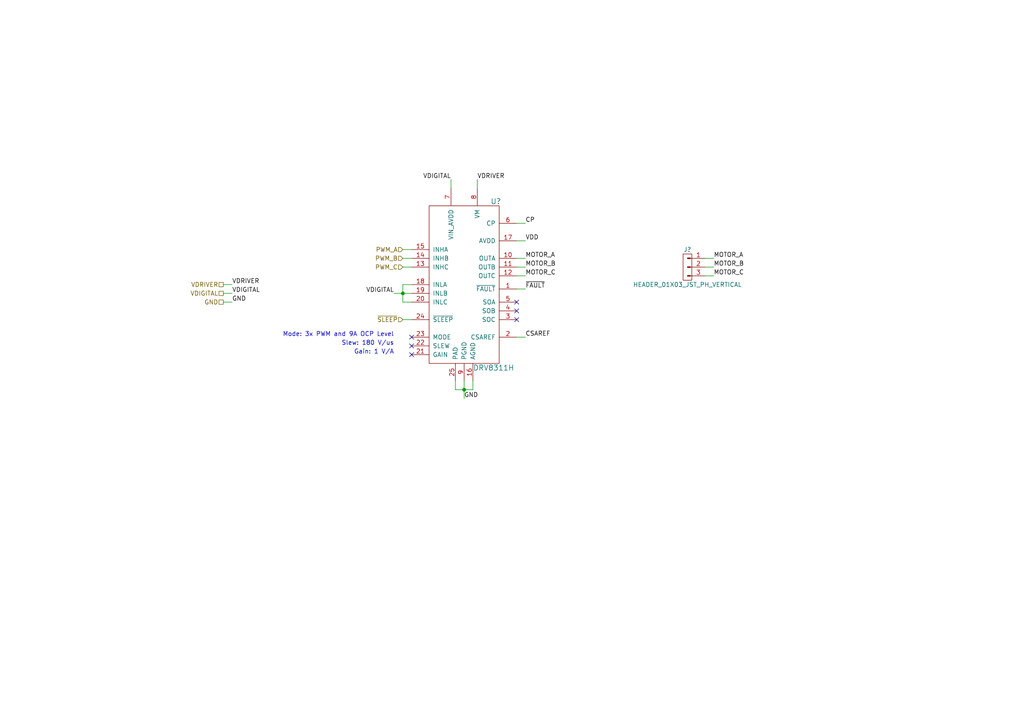
<source format=kicad_sch>
(kicad_sch (version 20211123) (generator eeschema)
  (paper "A4")
  (title_block (title "biym-board-brushless-motor") (date "2022-11-11") (rev "0.1"))
  (lib_symbols
    (symbol "Janelia:DRV8311H" (pin_names (offset 1.016))
      (property "Reference" "U" (at 8.89 -24.13 0))
      (property "Value" "DRV8311H" (at 0 0 90))
      (symbol "DRV8311H_0_1"
        (rectangle (start -10.16 22.86) (end 10.16 -22.86))
      )
      (symbol "DRV8311H_1_1"
        (pin open_collector line (at 15.24 -1.27 180) (length 5.08) (name "~{FAULT}") (number "1"))
        (pin power_out line (at 15.24 7.62 180) (length 5.08) (name "OUTA") (number "10"))
        (pin power_out line (at 15.24 5.08 180) (length 5.08) (name "OUTB") (number "11"))
        (pin power_out line (at 15.24 2.54 180) (length 5.08) (name "OUTC") (number "12"))
        (pin input line (at -15.24 5.08 0) (length 5.08) (name "INHC") (number "13"))
        (pin input line (at -15.24 7.62 0) (length 5.08) (name "INHB") (number "14"))
        (pin input line (at -15.24 10.16 0) (length 5.08) (name "INHA") (number "15"))
        (pin power_in line (at 2.54 -27.94 90) (length 5.08) (name "AGND") (number "16"))
        (pin power_out line (at 15.24 12.7 180) (length 5.08) (name "AVDD") (number "17"))
        (pin input line (at -15.24 0 0) (length 5.08) (name "INLA") (number "18"))
        (pin input line (at -15.24 -2.54 0) (length 5.08) (name "INLB") (number "19"))
        (pin passive line (at 15.24 -15.24 180) (length 5.08) (name "CSAREF") (number "2"))
        (pin input line (at -15.24 -5.08 0) (length 5.08) (name "INLC") (number "20"))
        (pin input line (at -15.24 -20.32 0) (length 5.08) (name "GAIN") (number "21"))
        (pin input line (at -15.24 -17.78 0) (length 5.08) (name "SLEW") (number "22"))
        (pin input line (at -15.24 -15.24 0) (length 5.08) (name "MODE") (number "23"))
        (pin input line (at -15.24 -10.16 0) (length 5.08) (name "~{SLEEP}") (number "24"))
        (pin passive line (at -2.54 -27.94 90) (length 5.08) (name "PAD") (number "25"))
        (pin output line (at 15.24 -10.16 180) (length 5.08) (name "SOC") (number "3"))
        (pin output line (at 15.24 -7.62 180) (length 5.08) (name "SOB") (number "4"))
        (pin output line (at 15.24 -5.08 180) (length 5.08) (name "SOA") (number "5"))
        (pin passive line (at 15.24 17.78 180) (length 5.08) (name "CP") (number "6"))
        (pin power_in line (at -3.81 27.94 270) (length 5.08) (name "VIN_AVDD") (number "7"))
        (pin power_in line (at 3.81 27.94 270) (length 5.08) (name "VM") (number "8"))
        (pin power_in line (at 0 -27.94 90) (length 5.08) (name "PGND") (number "9"))
      )
    )
    (symbol "Janelia:HEADER_01X03_JST_PH_VERTICAL" (pin_names (offset 1.016) hide)
      (property "Reference" "J" (at 0 5.08 0))
      (property "Value" "HEADER_01X03_JST_PH_VERTICAL" (at 0 -5.08 0))
      (symbol "HEADER_01X03_JST_PH_VERTICAL_0_1"
        (rectangle (start -1.27 3.81) (end 1.27 -3.81))
      )
      (symbol "HEADER_01X03_JST_PH_VERTICAL_1_1"
        (polyline (pts (xy 1.27 -2.54) (xy 0.8636 -2.54)) (stroke (width 0.1524)))
        (polyline (pts (xy 1.27 0) (xy 0.8636 0)) (stroke (width 0.1524)))
        (polyline (pts (xy 1.27 2.54) (xy 0.8636 2.54)) (stroke (width 0.1524)))
        (rectangle (start 0.8636 -2.413) (end 0 -2.667) (stroke (width 0.1524)) (fill (type outline)))
        (rectangle (start 0.8636 0.127) (end 0 -0.127) (stroke (width 0.1524)) (fill (type outline)))
        (rectangle (start 0.8636 2.667) (end 0 2.413) (stroke (width 0.1524)) (fill (type outline)))
        (pin passive line (at 5.08 2.54 180) (length 3.81) (name "Pin_1") (number "1"))
        (pin passive line (at 5.08 0 180) (length 3.81) (name "Pin_2") (number "2"))
        (pin passive line (at 5.08 -2.54 180) (length 3.81) (name "Pin_3") (number "3"))
      )
    )
  )
  (junction (at 116.84 85.09))
  (junction (at 134.62 113.03))
  (no_connect (at 119.38 102.87))
  (no_connect (at 149.86 87.63))
  (no_connect (at 149.86 90.17))
  (no_connect (at 119.38 97.79))
  (no_connect (at 149.86 92.71))
  (no_connect (at 119.38 100.33))
  (wire (pts (xy 137.16 110.49) (xy 137.16 113.03)))
  (wire (pts (xy 149.86 80.01) (xy 152.4 80.01)))
  (wire (pts (xy 64.77 82.55) (xy 67.31 82.55)))
  (wire (pts (xy 116.84 87.63) (xy 119.38 87.63)))
  (wire (pts (xy 149.86 64.77) (xy 152.4 64.77)))
  (wire (pts (xy 149.86 97.79) (xy 152.4 97.79)))
  (wire (pts (xy 116.84 82.55) (xy 116.84 85.09)))
  (wire (pts (xy 138.43 52.07) (xy 138.43 54.61)))
  (wire (pts (xy 132.08 113.03) (xy 134.62 113.03)))
  (wire (pts (xy 149.86 74.93) (xy 152.4 74.93)))
  (wire (pts (xy 119.38 82.55) (xy 116.84 82.55)))
  (wire (pts (xy 116.84 85.09) (xy 119.38 85.09)))
  (wire (pts (xy 204.47 80.01) (xy 207.01 80.01)))
  (wire (pts (xy 149.86 83.82) (xy 152.4 83.82)))
  (wire (pts (xy 149.86 69.85) (xy 152.4 69.85)))
  (wire (pts (xy 134.62 113.03) (xy 134.62 115.57)))
  (wire (pts (xy 116.84 85.09) (xy 116.84 87.63)))
  (wire (pts (xy 116.84 74.93) (xy 119.38 74.93)))
  (wire (pts (xy 204.47 77.47) (xy 207.01 77.47)))
  (wire (pts (xy 116.84 72.39) (xy 119.38 72.39)))
  (wire (pts (xy 114.3 85.09) (xy 116.84 85.09)))
  (wire (pts (xy 116.84 77.47) (xy 119.38 77.47)))
  (wire (pts (xy 116.84 92.71) (xy 119.38 92.71)))
  (wire (pts (xy 132.08 110.49) (xy 132.08 113.03)))
  (wire (pts (xy 149.86 77.47) (xy 152.4 77.47)))
  (wire (pts (xy 64.77 85.09) (xy 67.31 85.09)))
  (wire (pts (xy 64.77 87.63) (xy 67.31 87.63)))
  (wire (pts (xy 204.47 74.93) (xy 207.01 74.93)))
  (wire (pts (xy 134.62 110.49) (xy 134.62 113.03)))
  (wire (pts (xy 134.62 113.03) (xy 137.16 113.03)))
  (wire (pts (xy 130.81 52.07) (xy 130.81 54.61)))
  (text "Gain: 1 V/A" (at 114.3 102.87 180) (effects (font (size 1.27 1.27)) (justify right bottom)))
  (text "Slew: 180 V/us" (at 114.3 100.33 180) (effects (font (size 1.27 1.27)) (justify right bottom)))
  (text "Mode: 3x PWM and 9A OCP Level" (at 114.3 97.79 180) (effects (font (size 1.27 1.27)) (justify right bottom)))
  (label "VDRIVER" (at 67.31 82.55 0))
  (label "CSAREF" (at 152.4 97.79 0))
  (label "CP" (at 152.4 64.77 0))
  (label "VDRIVER" (at 138.43 52.07 0))
  (label "GND" (at 134.62 115.57 0))
  (label "VDD" (at 152.4 69.85 0))
  (label "MOTOR_B" (at 152.4 77.47 0))
  (label "MOTOR_C" (at 207.01 80.01 0))
  (label "MOTOR_A" (at 207.01 74.93 0))
  (label "~{FAULT}" (at 152.4 83.82 0))
  (label "GND" (at 67.31 87.63 0))
  (label "MOTOR_B" (at 207.01 77.47 0))
  (label "VDIGITAL" (at 130.81 52.07 180))
  (label "MOTOR_A" (at 152.4 74.93 0))
  (label "MOTOR_C" (at 152.4 80.01 0))
  (label "VDIGITAL" (at 114.3 85.09 180))
  (label "VDIGITAL" (at 67.31 85.09 0))
  (hierarchical_label "PWM_A" (shape input) (at 116.84 72.39 180))
  (hierarchical_label "VDIGITAL" (shape passive) (at 64.77 85.09 180))
  (hierarchical_label "~{SLEEP}" (shape input) (at 116.84 92.71 180))
  (hierarchical_label "GND" (shape passive) (at 64.77 87.63 180))
  (hierarchical_label "VDRIVER" (shape passive) (at 64.77 82.55 180))
  (hierarchical_label "PWM_C" (shape input) (at 116.84 77.47 180))
  (hierarchical_label "PWM_B" (shape input) (at 116.84 74.93 180))
  (symbol (lib_id "Janelia:HEADER_01X03_JST_PH_VERTICAL") (at 199.39 77.47 0) (unit 1)
    (property "Reference" "J?" (at 199.39 72.39 0))
    (property "Value" "HEADER_01X03_JST_PH_VERTICAL" (at 199.39 82.55 0))
    (property "Footprint" "Janelia:JST_PH_B3B-PH-K_1x03_P2.00mm_Vertical" (effects hide))
    (property "Description" "CONN HEADER VERT 3POS 2MM" (effects hide))
    (property "Manufacturer" "JST Sales America Inc." (effects hide))
    (property "Manufacturer Part Number" "B3B-PH-K-S(LF)(SN)" (effects hide))
    (property "Vendor" "Digi-Key" (effects hide))
    (property "Vendor Part Number" "455-1705-ND" (effects hide))
  )
  (symbol (lib_id "Janelia:DRV8311H") (at 134.62 82.55 0) (unit 1)
    (property "Reference" "U?" (at 142.24 58.42 0) (effects (font (size 1.524 1.524)) (justify left)))
    (property "Value" "DRV8311H" (at 137.16 106.68 0) (effects (font (size 1.524 1.524)) (justify left)))
    (property "Footprint" "Janelia:WQFN-24-1EP_3x3mm_P0.4mm_EP1.9x1.9mm_ThermalVias" (effects hide))
    (property "Vendor Part Number" "296-DRV8311HRRWRCT-ND" (effects hide))
    (property "Description" "24V ABS MAX 3 TO 20V 3-PHASE B" (effects hide))
    (property "Vendor" "Digi-Key" (effects hide))
    (property "Manufacturer" "Texas Instruments" (effects hide))
    (property "Manufacturer Part Number" "DRV8311HRRWR" (effects hide))
  )
)
</source>
